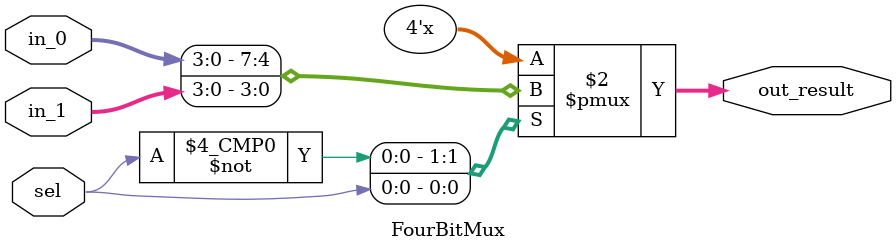
<source format=v>
/*
Design: Mux
File Name: Mux.v
Function: 2:1 Mux
Author: Spencer Halsey
*/

module FourBitMux(

	input [3:0] in_0 , // Mux first input
	input [3:0] in_1 , // Mux second input
	input sel, // Select Bit
	output reg [3:0] out_result
);


//Code

always @ (sel or in_0 or in_1)
begin: MUX

case(sel) 
     1'b0 : out_result = in_0;
     1'b1 : out_result = in_1;
  endcase
 end
 
 endmodule
 
</source>
